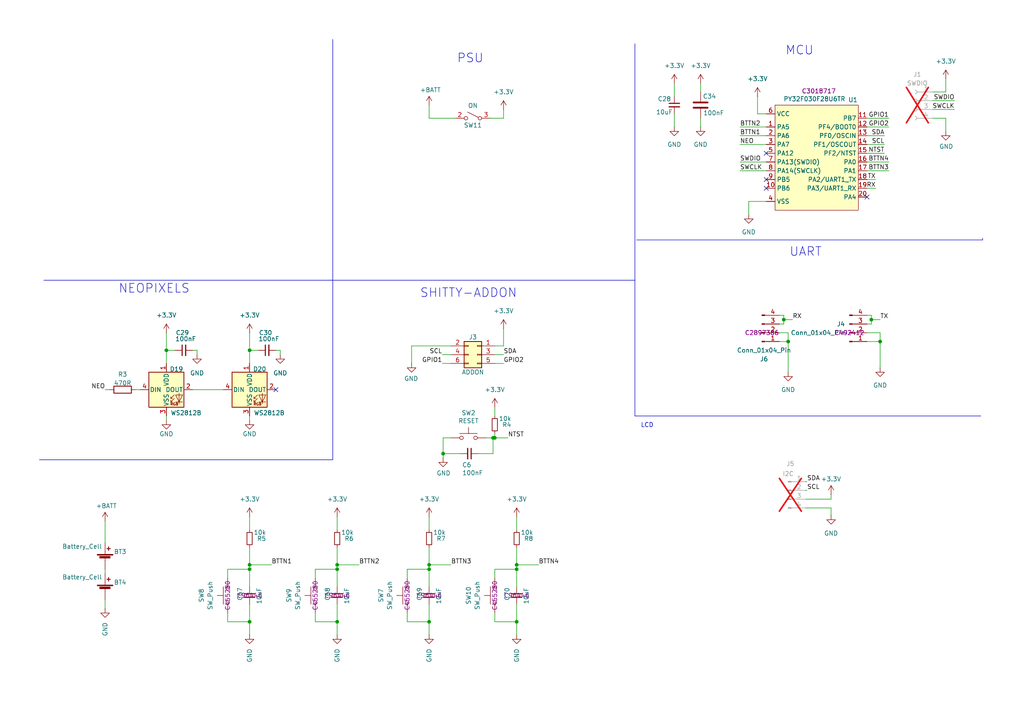
<source format=kicad_sch>
(kicad_sch (version 20250114) (generator "eeschema") (generator_version "9.0")
  (paper "A4")
  (title_block (title "Bsides cDMX 2025") (date "2025-06-02") (rev "1.0"))
  (lib_symbols
    (symbol "Battery_Cell_1" (pin_numbers (hide yes)) (pin_names (offset 0) (hide yes))
      (property "Reference" "BT3" (at 2.54 2.54 0))
      (property "Value" "Battery_Cell" (at -12.446 4.064 0))
      (symbol "Battery_Cell_1_0_1"
        (rectangle (start -2.286 1.778) (end 2.286 1.524) (fill (type outline)))
        (rectangle (start -1.5748 1.1938) (end 1.4732 0.6858) (fill (type outline)))
        (polyline (pts (xy 0 1.778) (xy 0 2.54)))
        (polyline (pts (xy 0 0.762) (xy 0 0)))
        (polyline (pts (xy 0.508 3.429) (xy 1.524 3.429)) (stroke (width 0.254)))
        (polyline (pts (xy 1.016 3.937) (xy 1.016 2.921)) (stroke (width 0.254)))
      )
      (symbol "Battery_Cell_1_1_1"
        (pin passive line (at 0 5.08 270) (length 2.54) (name "+") (number "1"))
        (pin passive line (at 0 -2.54 90) (length 2.54) (name "-") (number "2"))
      )
    )
    (symbol "Connector:Conn_01x04_Pin" (pin_names (offset 1.016) (hide yes))
      (property "Reference" "J" (at 0 5.08 0))
      (property "Value" "Conn_01x04_Pin" (at 0 -7.62 0))
      (symbol "Conn_01x04_Pin_1_1"
        (rectangle (start 0.8636 2.667) (end 0 2.413) (stroke (width 0.1524)) (fill (type outline)))
        (rectangle (start 0.8636 0.127) (end 0 -0.127) (stroke (width 0.1524)) (fill (type outline)))
        (rectangle (start 0.8636 -2.413) (end 0 -2.667) (stroke (width 0.1524)) (fill (type outline)))
        (rectangle (start 0.8636 -4.953) (end 0 -5.207) (stroke (width 0.1524)) (fill (type outline)))
        (polyline (pts (xy 1.27 2.54) (xy 0.8636 2.54)) (stroke (width 0.1524)))
        (polyline (pts (xy 1.27 0) (xy 0.8636 0)) (stroke (width 0.1524)))
        (polyline (pts (xy 1.27 -2.54) (xy 0.8636 -2.54)) (stroke (width 0.1524)))
        (polyline (pts (xy 1.27 -5.08) (xy 0.8636 -5.08)) (stroke (width 0.1524)))
        (pin passive line (at 5.08 2.54 180) (length 3.81) (name "Pin_1") (number "1"))
        (pin passive line (at 5.08 0 180) (length 3.81) (name "Pin_2") (number "2"))
        (pin passive line (at 5.08 -2.54 180) (length 3.81) (name "Pin_3") (number "3"))
        (pin passive line (at 5.08 -5.08 180) (length 3.81) (name "Pin_4") (number "4"))
      )
    )
    (symbol "Connector:Conn_01x04_Socket" (pin_names (offset 1.016) (hide yes))
      (property "Reference" "J" (at 0 5.08 0))
      (property "Value" "Conn_01x04_Socket" (at 0 -7.62 0))
      (symbol "Conn_01x04_Socket_1_1"
        (polyline (pts (xy -1.27 2.54) (xy -0.508 2.54)) (stroke (width 0.1524)))
        (polyline (pts (xy -1.27 0) (xy -0.508 0)) (stroke (width 0.1524)))
        (polyline (pts (xy -1.27 -2.54) (xy -0.508 -2.54)) (stroke (width 0.1524)))
        (polyline (pts (xy -1.27 -5.08) (xy -0.508 -5.08)) (stroke (width 0.1524)))
        (arc (start 0 2.032) (mid -0.5058 2.54) (end 0 3.048) (stroke (width 0.1524)))
        (arc (start 0 -0.508) (mid -0.5058 0) (end 0 0.508) (stroke (width 0.1524)))
        (arc (start 0 -3.048) (mid -0.5058 -2.54) (end 0 -2.032) (stroke (width 0.1524)))
        (arc (start 0 -5.588) (mid -0.5058 -5.08) (end 0 -4.572) (stroke (width 0.1524)))
        (pin passive line (at -5.08 2.54 0) (length 3.81) (name "Pin_1") (number "1"))
        (pin passive line (at -5.08 0 0) (length 3.81) (name "Pin_2") (number "2"))
        (pin passive line (at -5.08 -2.54 0) (length 3.81) (name "Pin_3") (number "3"))
        (pin passive line (at -5.08 -5.08 0) (length 3.81) (name "Pin_4") (number "4"))
      )
    )
    (symbol "Connector_Generic:Conn_02x03_Odd_Even" (pin_names (offset 1.016) (hide yes))
      (property "Reference" "J" (at 1.27 5.08 0))
      (property "Value" "Conn_02x03_Odd_Even" (at 1.27 -5.08 0))
      (symbol "Conn_02x03_Odd_Even_1_1"
        (rectangle (start -1.27 3.81) (end 3.81 -3.81) (stroke (width 0.254)) (fill (type background)))
        (rectangle (start -1.27 2.667) (end 0 2.413) (stroke (width 0.1524)))
        (rectangle (start -1.27 0.127) (end 0 -0.127) (stroke (width 0.1524)))
        (rectangle (start -1.27 -2.413) (end 0 -2.667) (stroke (width 0.1524)))
        (rectangle (start 3.81 2.667) (end 2.54 2.413) (stroke (width 0.1524)))
        (rectangle (start 3.81 0.127) (end 2.54 -0.127) (stroke (width 0.1524)))
        (rectangle (start 3.81 -2.413) (end 2.54 -2.667) (stroke (width 0.1524)))
        (pin passive line (at -5.08 2.54 0) (length 3.81) (name "Pin_1") (number "1"))
        (pin passive line (at -5.08 0 0) (length 3.81) (name "Pin_3") (number "3"))
        (pin passive line (at -5.08 -2.54 0) (length 3.81) (name "Pin_5") (number "5"))
        (pin passive line (at 7.62 2.54 180) (length 3.81) (name "Pin_2") (number "2"))
        (pin passive line (at 7.62 0 180) (length 3.81) (name "Pin_4") (number "4"))
        (pin passive line (at 7.62 -2.54 180) (length 3.81) (name "Pin_6") (number "6"))
      )
    )
    (symbol "Device:Battery_Cell" (pin_numbers (hide yes)) (pin_names (offset 0) (hide yes))
      (property "Reference" "BT4" (at 2.54 2.54 0))
      (property "Value" "Battery_Cell" (at -12.446 4.064 0))
      (symbol "Battery_Cell_0_1"
        (rectangle (start -2.286 1.778) (end 2.286 1.524) (fill (type outline)))
        (rectangle (start -1.5748 1.1938) (end 1.4732 0.6858) (fill (type outline)))
        (polyline (pts (xy 0 1.778) (xy 0 2.54)))
        (polyline (pts (xy 0 0.762) (xy 0 0)))
        (polyline (pts (xy 0.508 3.429) (xy 1.524 3.429)) (stroke (width 0.254)))
        (polyline (pts (xy 1.016 3.937) (xy 1.016 2.921)) (stroke (width 0.254)))
      )
      (symbol "Battery_Cell_1_1"
        (pin passive line (at 0 5.08 270) (length 2.54) (name "+") (number "1"))
        (pin passive line (at 0 -2.54 90) (length 2.54) (name "-") (number "2"))
      )
    )
    (symbol "Device:C" (pin_numbers (hide yes)) (pin_names (offset 0.254))
      (property "Reference" "C" (at 0.635 2.54 0))
      (property "Value" "C" (at 0.635 -2.54 0))
      (symbol "C_0_1"
        (polyline (pts (xy -2.032 0.762) (xy 2.032 0.762)) (stroke (width 0.508)))
        (polyline (pts (xy -2.032 -0.762) (xy 2.032 -0.762)) (stroke (width 0.508)))
      )
      (symbol "C_1_1"
        (pin passive line (at 0 3.81 270) (length 2.794) (name "~") (number "1"))
        (pin passive line (at 0 -3.81 90) (length 2.794) (name "~") (number "2"))
      )
    )
    (symbol "Device:C_Small" (pin_numbers (hide yes)) (pin_names (offset 0.254) (hide yes))
      (property "Reference" "C" (at 0.254 1.778 0))
      (property "Value" "C_Small" (at 0.254 -2.032 0))
      (symbol "C_Small_0_1"
        (polyline (pts (xy -1.524 0.508) (xy 1.524 0.508)) (stroke (width 0.3048)))
        (polyline (pts (xy -1.524 -0.508) (xy 1.524 -0.508)) (stroke (width 0.3302)))
      )
      (symbol "C_Small_1_1"
        (pin passive line (at 0 2.54 270) (length 2.032) (name "~") (number "1"))
        (pin passive line (at 0 -2.54 90) (length 2.032) (name "~") (number "2"))
      )
    )
    (symbol "Device:R" (pin_numbers (hide yes)) (pin_names (offset 0))
      (property "Reference" "R" (at 2.032 0 90))
      (property "Value" "R" (at 0 0 90))
      (symbol "R_0_1"
        (rectangle (start -1.016 -2.54) (end 1.016 2.54) (stroke (width 0.254)))
      )
      (symbol "R_1_1"
        (pin passive line (at 0 3.81 270) (length 1.27) (name "~") (number "1"))
        (pin passive line (at 0 -3.81 90) (length 1.27) (name "~") (number "2"))
      )
    )
    (symbol "Device:R_Small" (pin_numbers (hide yes)) (pin_names (offset 0.254) (hide yes))
      (property "Reference" "R" (at 0.762 0.508 0))
      (property "Value" "R_Small" (at 0.762 -1.016 0))
      (symbol "R_Small_0_1"
        (rectangle (start -0.762 1.778) (end 0.762 -1.778) (stroke (width 0.2032)))
      )
      (symbol "R_Small_1_1"
        (pin passive line (at 0 2.54 270) (length 0.762) (name "~") (number "1"))
        (pin passive line (at 0 -2.54 90) (length 0.762) (name "~") (number "2"))
      )
    )
    (symbol "GND_11" (power) (pin_names (offset 0))
      (property "Value" "GND_11" (at 0 -3.81 0))
      (symbol "GND_11_0_1"
        (polyline (pts (xy 0 0) (xy 0 -1.27) (xy 1.27 -1.27) (xy 0 -2.54) (xy -1.27 -1.27) (xy 0 -1.27)))
      )
      (symbol "GND_11_1_1"
        (pin power_in line (at 0 0 270) (length 0) (hide yes) (name "GND") (number "1"))
      )
    )
    (symbol "GND_16" (power) (pin_names (offset 0))
      (property "Value" "GND_16" (at 0 -3.81 0))
      (symbol "GND_16_0_1"
        (polyline (pts (xy 0 0) (xy 0 -1.27) (xy 1.27 -1.27) (xy 0 -2.54) (xy -1.27 -1.27) (xy 0 -1.27)))
      )
      (symbol "GND_16_1_1"
        (pin power_in line (at 0 0 270) (length 0) (hide yes) (name "GND") (number "1"))
      )
    )
    (symbol "LED:WS2812B" (pin_names (offset 0.254))
      (property "Reference" "D" (at 5.08 5.715 0))
      (property "Value" "WS2812B" (at 1.27 -5.715 0))
      (symbol "WS2812B_0_0"
        (text "RGB" (at 2.286 -4.191 0) (effects (font (size 0.762 0.762))))
      )
      (symbol "WS2812B_0_1"
        (polyline (pts (xy 1.27 -2.54) (xy 1.778 -2.54)))
        (polyline (pts (xy 1.27 -3.556) (xy 1.778 -3.556)))
        (polyline (pts (xy 2.286 -1.524) (xy 1.27 -2.54) (xy 1.27 -2.032)))
        (polyline (pts (xy 2.286 -2.54) (xy 1.27 -3.556) (xy 1.27 -3.048)))
        (polyline (pts (xy 3.683 -1.016) (xy 3.683 -3.556) (xy 3.683 -4.064)))
        (polyline (pts (xy 4.699 -1.524) (xy 2.667 -1.524) (xy 3.683 -3.556) (xy 4.699 -1.524)))
        (polyline (pts (xy 4.699 -3.556) (xy 2.667 -3.556)))
        (rectangle (start 5.08 5.08) (end -5.08 -5.08) (stroke (width 0.254)) (fill (type background)))
      )
      (symbol "WS2812B_1_1"
        (pin input line (at -7.62 0 0) (length 2.54) (name "DIN") (number "4"))
        (pin power_in line (at 0 7.62 270) (length 2.54) (name "VDD") (number "1"))
        (pin power_in line (at 0 -7.62 90) (length 2.54) (name "VSS") (number "3"))
        (pin output line (at 7.62 0 180) (length 2.54) (name "DOUT") (number "2"))
      )
    )
    (symbol "Switch:SW_Push" (pin_numbers (hide yes)) (pin_names (offset 1.016) (hide yes))
      (property "Reference" "SW" (at 1.27 2.54 0))
      (property "Value" "SW_Push" (at 0 -1.524 0))
      (symbol "SW_Push_0_1"
        (circle (center -2.032 0) (radius 0.508))
        (polyline (pts (xy 0 1.27) (xy 0 3.048)))
        (circle (center 2.032 0) (radius 0.508))
        (polyline (pts (xy 2.54 1.27) (xy -2.54 1.27)))
        (pin passive line (at -5.08 0 0) (length 2.54) (name "1") (number "1"))
        (pin passive line (at 5.08 0 180) (length 2.54) (name "2") (number "2"))
      )
    )
    (symbol "Switch:SW_SPST" (pin_names (offset 0) (hide yes))
      (property "Reference" "SW1" (at 0 -2.032 0))
      (property "Value" "ON" (at 0 3.6576 0))
      (symbol "SW_SPST_0_0"
        (circle (center -2.032 0) (radius 0.508))
        (polyline (pts (xy -1.524 0.254) (xy 1.524 1.778)))
        (circle (center 2.032 0) (radius 0.508))
      )
      (symbol "SW_SPST_1_1"
        (pin passive line (at -5.08 0 0) (length 2.54) (name "A") (number "3"))
        (pin passive line (at 5.08 0 180) (length 2.54) (name "B") (number "2"))
      )
    )
    (symbol "Symbols:PY32F030F2xU"
      (property "Reference" "U1" (at 9.906 16.764 0))
      (property "Value" "PY32F030F28U6TR" (at -1.27 17.018 0))
      (property "LCSC#" "C3018717" (at 0 19.304 0))
      (symbol "PY32F030F2xU_1_1"
        (rectangle (start -12.7 15.24) (end 11.43 -15.24) (fill (type background)))
        (pin bidirectional line (at -15.24 12.7 0) (length 2.54) (name "VCC") (number "6"))
        (pin bidirectional line (at -15.24 8.89 0) (length 2.54) (name "PA5") (number "1"))
        (pin bidirectional line (at -15.24 6.35 0) (length 2.54) (name "PA6") (number "2"))
        (pin bidirectional line (at -15.24 3.81 0) (length 2.54) (name "PA7") (number "3"))
        (pin bidirectional line (at -15.24 1.27 0) (length 2.54) (name "PA12") (number "5"))
        (pin bidirectional line (at -15.24 -1.27 0) (length 2.54) (name "PA13(SWDIO)") (number "7"))
        (pin bidirectional line (at -15.24 -3.81 0) (length 2.54) (name "PA14(SWCLK)") (number "8"))
        (pin bidirectional line (at -15.24 -6.35 0) (length 2.54) (name "PB5") (number "9"))
        (pin bidirectional line (at -15.24 -8.89 0) (length 2.54) (name "PB6") (number "10"))
        (pin bidirectional line (at -15.24 -12.7 0) (length 2.54) (hide yes) (name "VSS") (number "21"))
        (pin bidirectional line (at -15.24 -12.7 0) (length 2.54) (name "VSS") (number "4"))
        (pin bidirectional line (at 13.97 11.43 180) (length 2.54) (name "PB7") (number "11"))
        (pin bidirectional line (at 13.97 8.89 180) (length 2.54) (name "PF4/BOOT0") (number "12"))
        (pin bidirectional line (at 13.97 6.35 180) (length 2.54) (name "PF0/OSCIN") (number "13"))
        (pin bidirectional line (at 13.97 3.81 180) (length 2.54) (name "PF1/OSCOUT") (number "14"))
        (pin bidirectional line (at 13.97 1.27 180) (length 2.54) (name "PF2/NTST") (number "15"))
        (pin bidirectional line (at 13.97 -1.27 180) (length 2.54) (name "PA0") (number "16"))
        (pin bidirectional line (at 13.97 -3.81 180) (length 2.54) (name "PA1") (number "17"))
        (pin bidirectional line (at 13.97 -6.35 180) (length 2.54) (name "PA2/UART1_TX") (number "18"))
        (pin bidirectional line (at 13.97 -8.89 180) (length 2.54) (name "PA3/UART1_RX") (number "19"))
        (pin bidirectional line (at 13.97 -11.43 180) (length 2.54) (name "PA4") (number "20"))
      )
    )
    (symbol "power:+3.3V" (power) (pin_numbers (hide yes)) (pin_names (offset 0) (hide yes))
      (property "Value" "+3.3V" (at 0 3.556 0))
      (symbol "+3.3V_0_1"
        (polyline (pts (xy -0.762 1.27) (xy 0 2.54)))
        (polyline (pts (xy 0 2.54) (xy 0.762 1.27)))
        (polyline (pts (xy 0 0) (xy 0 2.54)))
      )
      (symbol "+3.3V_1_1"
        (pin power_in line (at 0 0 90) (length 0) (name "~") (number "1"))
      )
    )
    (symbol "power:+BATT" (power) (pin_names (offset 0))
      (property "Value" "+BATT" (at 0 3.556 0))
      (symbol "+BATT_0_1"
        (polyline (pts (xy -0.762 1.27) (xy 0 2.54)))
        (polyline (pts (xy 0 2.54) (xy 0.762 1.27)))
        (polyline (pts (xy 0 0) (xy 0 2.54)))
      )
      (symbol "+BATT_1_1"
        (pin power_in line (at 0 0 90) (length 0) (hide yes) (name "+BATT") (number "1"))
      )
    )
    (symbol "power:GND" (power) (pin_numbers (hide yes)) (pin_names (offset 0) (hide yes))
      (property "Value" "GND" (at 0 -3.81 0))
      (symbol "GND_0_1"
        (polyline (pts (xy 0 0) (xy 0 -1.27) (xy 1.27 -1.27) (xy 0 -2.54) (xy -1.27 -1.27) (xy 0 -1.27)))
      )
      (symbol "GND_1_1"
        (pin power_in line (at 0 0 270) (length 0) (name "~") (number "1"))
      )
    )
  )
  (text "LCD\n" (at 187.706 123.444 0) (effects (font (size 1.27 1.27))))
  (text "SHITTY-ADDON" (at 135.89 85.09 0) (effects (font (size 2.54 2.54))))
  (text "UART\n" (at 233.68 73.152 0) (effects (font (size 2.54 2.54))))
  (text "PSU\n" (at 136.398 17.018 0) (effects (font (size 2.54 2.54))))
  (text "NEOPIXELS\n" (at 44.704 83.82 0) (effects (font (size 2.54 2.54))))
  (text "MCU" (at 231.902 14.732 0) (effects (font (size 2.54 2.54))))
  (junction (at 72.39 101.6))
  (junction (at 252.73 92.71))
  (junction (at 124.46 180.34))
  (junction (at 72.39 180.34))
  (junction (at 124.46 163.83))
  (junction (at 143.51 127))
  (junction (at 149.86 163.83))
  (junction (at 72.39 163.83))
  (junction (at 149.86 165.1))
  (junction (at 228.6 99.06))
  (junction (at 97.79 163.83))
  (junction (at 124.46 165.1))
  (junction (at 149.86 180.34))
  (junction (at 255.27 99.06))
  (junction (at 97.79 165.1))
  (junction (at 97.79 180.34))
  (junction (at 48.26 101.6))
  (junction (at 143.0024 127))
  (junction (at 72.39 165.1))
  (junction (at 128.524 131.572))
  (junction (at 227.33 92.71))
  (no_connect (at 80.01 113.03))
  (no_connect (at 222.25 54.61))
  (no_connect (at 222.25 52.07))
  (no_connect (at 222.25 44.45))
  (no_connect (at 251.46 57.15))
  (wire (pts (xy 48.26 101.6) (xy 48.26 105.41)))
  (wire (pts (xy 143.51 127) (xy 147.32 127)))
  (wire (pts (xy 274.32 22.86) (xy 274.32 26.67)))
  (wire (pts (xy 252.73 92.71) (xy 252.73 91.44)))
  (wire (pts (xy 251.46 52.07) (xy 254 52.07)))
  (wire (pts (xy 72.39 149.86) (xy 72.39 153.67)))
  (wire (pts (xy 143.51 165.1) (xy 149.86 165.1)))
  (wire (pts (xy 118.11 165.1) (xy 124.46 165.1)))
  (wire (pts (xy 72.39 121.92) (xy 72.39 120.65)))
  (wire (pts (xy 138.684 131.572) (xy 143.0024 131.572)))
  (wire (pts (xy 251.46 46.99) (xy 257.81 46.99)))
  (wire (pts (xy 233.68 139.7) (xy 234.061 139.7)))
  (wire (pts (xy 128.27 102.87) (xy 130.81 102.87)))
  (polyline (pts (xy 184.15 12.7) (xy 184.15 81.28)))
  (wire (pts (xy 226.06 91.44) (xy 227.33 91.44)))
  (wire (pts (xy 149.86 165.1) (xy 149.86 170.18)))
  (wire (pts (xy 118.11 177.8) (xy 118.11 180.34)))
  (wire (pts (xy 214.63 41.91) (xy 222.25 41.91)))
  (wire (pts (xy 214.63 49.53) (xy 222.25 49.53)))
  (wire (pts (xy 252.73 91.44) (xy 251.46 91.44)))
  (wire (pts (xy 72.39 101.6) (xy 74.93 101.6)))
  (wire (pts (xy 130.81 127) (xy 128.524 127)))
  (wire (pts (xy 72.39 163.83) (xy 78.74 163.83)))
  (wire (pts (xy 146.05 34.29) (xy 142.24 34.29)))
  (wire (pts (xy 227.33 93.98) (xy 227.33 92.71)))
  (wire (pts (xy 255.27 99.06) (xy 255.27 106.68)))
  (wire (pts (xy 149.86 163.83) (xy 156.21 163.83)))
  (wire (pts (xy 57.15 101.6) (xy 57.15 102.87)))
  (wire (pts (xy 97.79 163.83) (xy 97.79 165.1)))
  (wire (pts (xy 143.51 177.8) (xy 143.51 180.34)))
  (wire (pts (xy 226.06 93.98) (xy 227.33 93.98)))
  (wire (pts (xy 97.79 165.1) (xy 97.79 170.18)))
  (polyline (pts (xy 95.25 81.28) (xy 184.15 81.28)))
  (wire (pts (xy 241.046 147.32) (xy 233.68 147.32)))
  (wire (pts (xy 81.28 101.6) (xy 81.28 102.87)))
  (wire (pts (xy 132.08 34.29) (xy 124.46 34.29)))
  (wire (pts (xy 91.44 180.34) (xy 97.79 180.34)))
  (wire (pts (xy 255.27 96.52) (xy 255.27 99.06)))
  (wire (pts (xy 119.38 100.33) (xy 130.81 100.33)))
  (wire (pts (xy 203.2 24.13) (xy 203.2 26.67)))
  (wire (pts (xy 128.27 105.41) (xy 130.81 105.41)))
  (polyline (pts (xy 12.7 81.28) (xy 96.52 81.28)))
  (wire (pts (xy 30.48 113.03) (xy 31.75 113.03)))
  (wire (pts (xy 124.46 34.29) (xy 124.46 30.48)))
  (wire (pts (xy 97.79 158.75) (xy 97.79 163.83)))
  (wire (pts (xy 72.39 180.34) (xy 72.39 184.15)))
  (polyline (pts (xy 184.658 69.596) (xy 284.988 69.596)))
  (wire (pts (xy 251.46 99.06) (xy 255.27 99.06)))
  (wire (pts (xy 251.46 44.45) (xy 256.54 44.45)))
  (wire (pts (xy 30.48 151.13) (xy 30.48 157.48)))
  (polyline (pts (xy 96.52 133.35) (xy 96.52 81.28)))
  (wire (pts (xy 143.51 180.34) (xy 149.86 180.34)))
  (wire (pts (xy 48.26 101.6) (xy 50.8 101.6)))
  (wire (pts (xy 97.79 175.26) (xy 97.79 180.34)))
  (wire (pts (xy 124.46 163.83) (xy 124.46 165.1)))
  (wire (pts (xy 270.51 31.75) (xy 276.86 31.75)))
  (wire (pts (xy 228.6 96.52) (xy 228.6 99.06)))
  (wire (pts (xy 72.39 101.6) (xy 72.39 105.41)))
  (wire (pts (xy 222.25 33.02) (xy 219.71 33.02)))
  (wire (pts (xy 66.04 180.34) (xy 72.39 180.34)))
  (wire (pts (xy 128.524 127) (xy 128.524 131.572)))
  (wire (pts (xy 241.046 144.78) (xy 233.68 144.78)))
  (wire (pts (xy 274.32 26.67) (xy 270.51 26.67)))
  (wire (pts (xy 66.04 165.1) (xy 72.39 165.1)))
  (wire (pts (xy 251.46 39.37) (xy 256.54 39.37)))
  (wire (pts (xy 124.46 163.83) (xy 130.81 163.83)))
  (wire (pts (xy 143.51 118.11) (xy 143.51 120.65)))
  (wire (pts (xy 66.04 177.8) (xy 66.04 180.34)))
  (wire (pts (xy 39.37 113.03) (xy 40.64 113.03)))
  (wire (pts (xy 30.48 166.37) (xy 30.48 165.1)))
  (wire (pts (xy 143.51 100.33) (xy 146.05 100.33)))
  (wire (pts (xy 146.05 102.87) (xy 143.51 102.87)))
  (polyline (pts (xy 284.988 69.088) (xy 284.988 69.596)))
  (wire (pts (xy 72.39 165.1) (xy 72.39 170.18)))
  (wire (pts (xy 128.524 131.572) (xy 128.524 132.842)))
  (wire (pts (xy 72.39 96.52) (xy 72.39 101.6)))
  (wire (pts (xy 195.58 24.13) (xy 195.58 27.94)))
  (wire (pts (xy 143.51 125.73) (xy 143.51 127)))
  (wire (pts (xy 274.32 34.29) (xy 270.51 34.29)))
  (wire (pts (xy 149.86 163.83) (xy 149.86 165.1)))
  (wire (pts (xy 146.05 31.75) (xy 146.05 34.29)))
  (wire (pts (xy 72.39 175.26) (xy 72.39 180.34)))
  (wire (pts (xy 91.44 177.8) (xy 91.44 180.34)))
  (wire (pts (xy 257.81 36.83) (xy 251.46 36.83)))
  (wire (pts (xy 80.01 101.6) (xy 81.28 101.6)))
  (polyline (pts (xy 184.15 81.28) (xy 184.15 120.65)))
  (wire (pts (xy 91.44 165.1) (xy 91.44 167.64)))
  (wire (pts (xy 252.73 92.71) (xy 252.73 93.98)))
  (wire (pts (xy 228.6 99.06) (xy 228.6 107.95)))
  (wire (pts (xy 227.33 91.44) (xy 227.33 92.71)))
  (wire (pts (xy 146.05 100.33) (xy 146.05 95.25)))
  (wire (pts (xy 251.46 41.91) (xy 256.54 41.91)))
  (wire (pts (xy 55.88 113.03) (xy 64.77 113.03)))
  (wire (pts (xy 226.06 96.52) (xy 228.6 96.52)))
  (wire (pts (xy 128.524 131.572) (xy 133.604 131.572)))
  (wire (pts (xy 143.51 105.41) (xy 146.05 105.41)))
  (wire (pts (xy 219.71 33.02) (xy 219.71 27.94)))
  (wire (pts (xy 124.46 180.34) (xy 124.46 184.15)))
  (wire (pts (xy 30.48 173.99) (xy 30.48 176.53)))
  (wire (pts (xy 124.46 165.1) (xy 124.46 170.18)))
  (wire (pts (xy 251.46 49.53) (xy 257.81 49.53)))
  (wire (pts (xy 48.26 96.52) (xy 48.26 101.6)))
  (wire (pts (xy 149.86 149.86) (xy 149.86 153.67)))
  (wire (pts (xy 270.51 29.21) (xy 276.86 29.21)))
  (wire (pts (xy 227.33 92.71) (xy 229.87 92.71)))
  (wire (pts (xy 143.0024 127) (xy 143.51 127)))
  (wire (pts (xy 274.32 38.1) (xy 274.32 34.29)))
  (wire (pts (xy 124.46 149.86) (xy 124.46 153.67)))
  (wire (pts (xy 195.58 33.02) (xy 195.58 36.83)))
  (polyline (pts (xy 184.15 120.65) (xy 284.48 120.65)))
  (wire (pts (xy 97.79 149.86) (xy 97.79 153.67)))
  (wire (pts (xy 143.0024 131.572) (xy 143.0024 127)))
  (wire (pts (xy 241.046 143.383) (xy 241.046 144.78)))
  (wire (pts (xy 217.17 62.23) (xy 217.17 58.42)))
  (wire (pts (xy 66.04 165.1) (xy 66.04 167.64)))
  (wire (pts (xy 97.79 163.83) (xy 104.14 163.83)))
  (wire (pts (xy 124.46 175.26) (xy 124.46 180.34)))
  (wire (pts (xy 97.79 180.34) (xy 97.79 184.15)))
  (wire (pts (xy 55.88 101.6) (xy 57.15 101.6)))
  (wire (pts (xy 119.38 100.33) (xy 119.38 105.41)))
  (polyline (pts (xy 96.52 11.43) (xy 96.52 81.28)))
  (wire (pts (xy 214.63 36.83) (xy 222.25 36.83)))
  (polyline (pts (xy 11.43 133.35) (xy 96.52 133.35)))
  (wire (pts (xy 124.46 158.75) (xy 124.46 163.83)))
  (wire (pts (xy 72.39 158.75) (xy 72.39 163.83)))
  (wire (pts (xy 255.27 92.71) (xy 252.73 92.71)))
  (wire (pts (xy 140.97 127) (xy 143.0024 127)))
  (wire (pts (xy 143.51 165.1) (xy 143.51 167.64)))
  (wire (pts (xy 72.39 163.83) (xy 72.39 165.1)))
  (wire (pts (xy 255.27 96.52) (xy 251.46 96.52)))
  (wire (pts (xy 149.86 158.75) (xy 149.86 163.83)))
  (wire (pts (xy 203.2 34.29) (xy 203.2 36.83)))
  (wire (pts (xy 214.63 39.37) (xy 222.25 39.37)))
  (wire (pts (xy 217.17 58.42) (xy 222.25 58.42)))
  (wire (pts (xy 91.44 165.1) (xy 97.79 165.1)))
  (wire (pts (xy 226.06 99.06) (xy 228.6 99.06)))
  (wire (pts (xy 118.11 180.34) (xy 124.46 180.34)))
  (wire (pts (xy 149.86 180.34) (xy 149.86 184.15)))
  (wire (pts (xy 251.46 93.98) (xy 252.73 93.98)))
  (wire (pts (xy 251.46 34.29) (xy 257.81 34.29)))
  (wire (pts (xy 149.86 175.26) (xy 149.86 180.34)))
  (wire (pts (xy 251.46 54.61) (xy 254 54.61)))
  (wire (pts (xy 118.11 165.1) (xy 118.11 167.64)))
  (wire (pts (xy 241.046 149.479) (xy 241.046 147.32)))
  (wire (pts (xy 48.26 121.92) (xy 48.26 120.65)))
  (wire (pts (xy 214.63 46.99) (xy 222.25 46.99)))
  (wire (pts (xy 233.68 142.24) (xy 234.061 142.24)))
  (label "SWDIO" (at 214.63 46.99 0))
  (label "NEO" (at 30.48 113.03 180))
  (label "BTTN1" (at 78.74 163.83 0))
  (label "SWCLK" (at 214.63 49.53 0))
  (label "GPIO1" (at 257.81 34.29 180))
  (label "NEO" (at 214.63 41.91 0))
  (label "GPIO1" (at 128.27 105.41 180))
  (label "SDA" (at 234.061 139.7 0))
  (label "GPIO2" (at 257.81 36.83 180))
  (label "SDA" (at 256.54 39.37 180))
  (label "GPIO2" (at 146.05 105.41 0))
  (label "TX" (at 255.27 92.71 0))
  (label "BTTN4" (at 156.21 163.83 0))
  (label "NTST" (at 256.54 44.45 180))
  (label "SWDIO" (at 276.86 29.21 180))
  (label "SDA" (at 146.05 102.87 0))
  (label "BTTN1" (at 214.63 39.37 0))
  (label "BTTN2" (at 214.63 36.83 0))
  (label "BTTN4" (at 257.81 46.99 180))
  (label "TX" (at 254 52.07 180))
  (label "BTTN3" (at 257.81 49.53 180))
  (label "BTTN3" (at 130.81 163.83 0))
  (label "BTTN2" (at 104.14 163.83 0))
  (label "NTST" (at 147.32 127 0))
  (label "SCL" (at 128.27 102.87 180))
  (label "SWCLK" (at 276.86 31.75 180))
  (label "SCL" (at 256.54 41.91 180))
  (label "RX" (at 229.87 92.71 0))
  (label "RX" (at 254 54.61 180))
  (label "SCL" (at 234.061 142.24 0))
  (symbol (lib_id "Device:R") (at 35.56 113.03 90) (unit 1)
    (property "Reference" "R3" (at 35.56 108.585 90))
    (property "Value" "470R" (at 35.56 111.125 90))
    (property "Footprint" "Resistor_SMD:R_0603_1608Metric" (effects (hide yes)))
    (property "LCSC#" "C114669 " (effects (hide yes)))
    (property "provedor" "LCSC" (effects (hide yes)))
  )
  (symbol (lib_name "GND_16") (lib_id "power:GND") (at 81.28 102.87 0) (unit 1)
    (property "Reference" "#PWR021" (effects (hide yes)))
    (property "Value" "GND" (at 81.28 108.204 0))
  )
  (symbol (lib_id "Symbols:PY32F030F2xU") (at 237.49 45.72 0) (unit 1)
    (property "Reference" "U1" (at 247.396 28.956 0))
    (property "Value" "PY32F030F28U6TR" (at 236.22 28.702 0))
    (property "Footprint" "Package_DFN_QFN:QFN-20-1EP_3x3mm_P0.4mm_EP1.65x1.65mm_ThermalVias" (effects (hide yes)))
    (property "LCSC#" "C3018717" (at 237.49 26.416 0))
  )
  (symbol (lib_id "Switch:SW_SPST") (at 137.16 34.29 0) (mirror y) (unit 1)
    (property "Reference" "SW11" (at 137.16 36.322 0))
    (property "Value" "ON" (at 137.16 30.6324 0))
    (property "Footprint" "Footprints:JS102011SAQN" (effects (hide yes)))
    (property "LCSC#" "C221660" (effects (hide yes)))
    (property "manf#" "JS102011SAQN" (effects (hide yes)))
  )
  (symbol (lib_id "Connector:Conn_01x04_Pin") (at 246.38 96.52 0) (mirror x) (unit 1)
    (property "Reference" "J4" (at 245.11 93.9799 0) (effects (justify right)))
    (property "Value" "Conn_01x04_Pin" (at 245.11 96.5199 0) (effects (justify right)))
    (property "Footprint" "Connector_PinHeader_2.54mm:PinHeader_1x04_P2.54mm_Horizontal" (effects (hide yes)))
    (property "Description" "Generic connector, single row, 01x04, script generated" (effects (hide yes)))
    (property "LCSC#" "C492412" (at 246.38 96.52 0))
  )
  (symbol (lib_id "power:+3.3V") (at 146.05 95.25 0) (unit 1)
    (property "Reference" "#PWR024" (effects (hide yes)))
    (property "Value" "+3.3V" (at 146.05 90.17 0))
    (property "Description" "Power symbol creates a global label with name \"+3.3V\"" (effects (hide yes)))
  )
  (symbol (lib_id "power:+3.3V") (at 146.05 31.75 0) (unit 1)
    (property "Reference" "#PWR023" (effects (hide yes)))
    (property "Value" "+3.3V" (at 146.05 26.67 0))
    (property "Description" "Power symbol creates a global label with name \"+3.3V\"" (effects (hide yes)))
  )
  (symbol (lib_id "power:+3.3V") (at 72.39 149.86 0) (unit 1)
    (property "Reference" "#PWR022" (effects (hide yes)))
    (property "Value" "+3.3V" (at 72.39 144.78 0))
    (property "Description" "Power symbol creates a global label with name \"+3.3V\"" (effects (hide yes)))
  )
  (symbol (lib_id "power:GND") (at 124.46 184.15 0) (unit 1)
    (property "Reference" "#PWR015" (effects (hide yes)))
    (property "Value" "GND" (at 124.46 188.087 90) (effects (justify right)))
  )
  (symbol (lib_id "power:+3.3V") (at 143.51 118.11 0) (unit 1)
    (property "Reference" "#PWR09" (effects (hide yes)))
    (property "Value" "+3.3V" (at 143.51 113.03 0))
    (property "Description" "Power symbol creates a global label with name \"+3.3V\"" (effects (hide yes)))
  )
  (symbol (lib_id "power:+3.3V") (at 124.46 149.86 0) (unit 1)
    (property "Reference" "#PWR026" (effects (hide yes)))
    (property "Value" "+3.3V" (at 124.46 144.78 0))
    (property "Description" "Power symbol creates a global label with name \"+3.3V\"" (effects (hide yes)))
  )
  (symbol (lib_id "Device:C_Small") (at 195.58 30.48 0) (unit 1)
    (property "Reference" "C28" (at 190.754 28.702 0) (effects (justify left)))
    (property "Value" "10uF" (at 190.246 32.512 0) (effects (justify left)))
    (property "Footprint" "Capacitor_SMD:C_0603_1608Metric" (effects (hide yes)))
    (property "LCSC#" "C96446" (effects (hide yes)))
  )
  (symbol (lib_id "power:GND") (at 203.2 36.83 0) (unit 1)
    (property "Reference" "#PWR05" (effects (hide yes)))
    (property "Value" "GND" (at 203.2 41.91 0))
    (property "Description" "Power symbol creates a global label with name \"GND\" , ground" (effects (hide yes)))
  )
  (symbol (lib_name "GND_11") (lib_id "power:GND") (at 48.26 121.92 0) (unit 1)
    (property "Reference" "#PWR055" (effects (hide yes)))
    (property "Value" "GND" (at 48.26 125.857 0))
  )
  (symbol (lib_id "power:GND") (at 274.32 38.1 0) (unit 1)
    (property "Reference" "#PWR053" (effects (hide yes)))
    (property "Value" "GND" (at 274.447 42.4942 0))
  )
  (symbol (lib_id "LED:WS2812B") (at 72.39 113.03 0) (unit 1)
    (property "Reference" "D20" (at 75.311 107.061 0))
    (property "Value" "WS2812B" (at 78.105 119.761 0))
    (property "Footprint" "Footprints:LED_SK6812-E" (effects (hide yes)))
    (property "LCSC#" "C527089" (effects (hide yes)))
    (property "Proveedor" "LCSC" (effects (hide yes)))
    (property "manf#" "WS2812B-Mini" (effects (hide yes)))
    (property "provedor" "LCSC" (effects (hide yes)))
  )
  (symbol (lib_id "power:GND") (at 72.39 184.15 0) (unit 1)
    (property "Reference" "#PWR013" (effects (hide yes)))
    (property "Value" "GND" (at 72.39 188.087 90) (effects (justify right)))
  )
  (symbol (lib_id "power:+3.3V") (at 219.71 27.94 0) (unit 1)
    (property "Reference" "#PWR01" (effects (hide yes)))
    (property "Value" "+3.3V" (at 219.71 22.86 0))
    (property "Description" "Power symbol creates a global label with name \"+3.3V\"" (effects (hide yes)))
  )
  (symbol (lib_id "Connector_Generic:Conn_02x03_Odd_Even") (at 138.43 102.87 0) (mirror y) (unit 1)
    (property "Reference" "J3" (at 137.16 97.79 0))
    (property "Value" "ADDON" (at 137.16 107.95 0))
    (property "Footprint" "Connector_PinSocket_2.54mm:PinSocket_2x03_P2.54mm_Vertical_SMD" (effects (hide yes)))
    (property "LCSC#" "C3975148" (effects (hide yes)))
    (property "provedor" "JLCPCB" (effects (hide yes)))
  )
  (symbol (lib_id "Device:C_Small") (at 77.47 101.6 90) (unit 1)
    (property "Reference" "C30" (at 78.994 96.52 90) (effects (justify left)))
    (property "Value" "100nF" (at 81.026 98.298 90) (effects (justify left)))
    (property "Footprint" "Capacitor_SMD:C_0603_1608Metric" (effects (hide yes)))
    (property "Datasheet" "~https://datasheet.lcsc.com/lcsc/1811021421_Samsung-Electro-Mechanics-CL10A106MP8NNNC_C85713.pdf" (effects (hide yes)))
    (property "provedor" "LCSC" (effects (hide yes)))
    (property "LCSC#" "C66501" (effects (hide yes)))
  )
  (symbol (lib_id "Connector:Conn_01x04_Pin") (at 228.6 142.24 0) (unit 1) (dnp yes)
    (property "Reference" "J5" (at 229.235 134.493 0))
    (property "Value" "I2C" (at 228.6 137.414 0))
    (property "Footprint" "Connector_PinSocket_2.54mm:PinSocket_1x04_P2.54mm_Vertical" (effects (hide yes)))
    (property "manf#" "Display OLED 128×32 0.91 I2C SSD1306 Blanco / Azul" (effects (hide yes)))
    (property "Proveedor" "Unit Electronics" (effects (hide yes)))
  )
  (symbol (lib_id "Device:R_Small") (at 149.86 156.21 180) (unit 1)
    (property "Reference" "R8" (at 154.686 156.21 0) (effects (justify left)))
    (property "Value" "10k" (at 154.686 154.432 0) (effects (justify left)))
    (property "Footprint" "Resistor_SMD:R_0603_1608Metric" (effects (hide yes)))
    (property "Datasheet" "https://datasheet.lcsc.com/lcsc/1811081617_YAGEO-RC0603JR-0710KL_C99198.pdf" (effects (hide yes)))
    (property "LCSC#" "C99198" (effects (hide yes)))
    (property "provedor" "JLCPCB" (effects (hide yes)))
  )
  (symbol (lib_id "Switch:SW_Push") (at 143.51 172.72 90) (unit 1)
    (property "Reference" "SW10" (at 135.89 172.72 0))
    (property "Value" "SW_Push" (at 138.43 172.72 0))
    (property "Footprint" "Footprints:TS1088R02026" (effects (hide yes)))
    (property "Description" "Push button switch, generic, two pins" (effects (hide yes)))
    (property "LCSC#" "C455280" (at 143.51 172.72 0))
  )
  (symbol (lib_id "power:+3.3V") (at 203.2 24.13 0) (unit 1)
    (property "Reference" "#PWR03" (effects (hide yes)))
    (property "Value" "+3.3V" (at 203.2 19.05 0))
    (property "Description" "Power symbol creates a global label with name \"+3.3V\"" (effects (hide yes)))
  )
  (symbol (lib_id "power:+BATT") (at 30.48 151.13 0) (unit 1)
    (property "Reference" "#PWR034" (effects (hide yes)))
    (property "Value" "+BATT" (at 30.861 146.7358 0))
  )
  (symbol (lib_id "Connector:Conn_01x04_Socket") (at 265.43 29.21 0) (mirror y) (unit 1) (dnp yes)
    (property "Reference" "J1" (at 266.065 21.59 0))
    (property "Value" "SWDIO" (at 266.065 24.13 0))
    (property "Footprint" "Connector_PinHeader_2.54mm:PinHeader_1x04_P2.54mm_Vertical" (effects (hide yes)))
    (property "Description" "Generic connector, single row, 01x04, script generated" (effects (hide yes)))
  )
  (symbol (lib_id "Device:C_Small") (at 97.79 172.72 0) (unit 1)
    (property "Reference" "C68" (at 94.996 174.244 90) (effects (justify left)))
    (property "Value" "10uF" (at 100.584 175.26 90) (effects (justify left)))
    (property "Footprint" "Capacitor_SMD:C_0603_1608Metric" (effects (hide yes)))
    (property "Description" "Unpolarized capacitor, small symbol" (effects (hide yes)))
    (property "LCSC#" "C96446" (at 97.79 172.72 0))
  )
  (symbol (lib_id "Device:C_Small") (at 53.34 101.6 90) (unit 1)
    (property "Reference" "C29" (at 54.864 96.52 90) (effects (justify left)))
    (property "Value" "100nF" (at 56.896 98.298 90) (effects (justify left)))
    (property "Footprint" "Capacitor_SMD:C_0603_1608Metric" (effects (hide yes)))
    (property "Datasheet" "~https://datasheet.lcsc.com/lcsc/1811021421_Samsung-Electro-Mechanics-CL10A106MP8NNNC_C85713.pdf" (effects (hide yes)))
    (property "provedor" "LCSC" (effects (hide yes)))
    (property "LCSC#" "C66501" (effects (hide yes)))
  )
  (symbol (lib_name "GND_16") (lib_id "power:GND") (at 57.15 102.87 0) (unit 1)
    (property "Reference" "#PWR017" (effects (hide yes)))
    (property "Value" "GND" (at 57.15 108.204 0))
  )
  (symbol (lib_id "power:GND") (at 217.17 62.23 0) (unit 1)
    (property "Reference" "#PWR02" (effects (hide yes)))
    (property "Value" "GND" (at 217.17 67.31 0))
    (property "Description" "Power symbol creates a global label with name \"GND\" , ground" (effects (hide yes)))
  )
  (symbol (lib_id "Connector:Conn_01x04_Pin") (at 220.98 96.52 0) (mirror x) (unit 1)
    (property "Reference" "J6" (at 221.615 104.14 0))
    (property "Value" "Conn_01x04_Pin" (at 221.615 101.6 0))
    (property "Footprint" "Connector_PinSocket_2.54mm:PinSocket_1x04_P2.54mm_Horizontal" (effects (hide yes)))
    (property "Description" "Generic connector, single row, 01x04, script generated" (effects (hide yes)))
    (property "LCSC#" "C2897386" (at 220.98 96.52 0))
  )
  (symbol (lib_name "Battery_Cell_1") (lib_id "Device:Battery_Cell") (at 30.48 162.56 0) (unit 1)
    (property "Reference" "BT3" (at 33.02 160.02 0) (effects (justify left)))
    (property "Value" "Battery_Cell" (at 18.034 158.496 0) (effects (justify left)))
    (property "Footprint" "Battery:BatteryHolder_Keystone_2466_1xAAA" (effects (hide yes)))
    (property "LCSC#" "C5290189 " (effects (hide yes)))
    (property "manf#" "BH-AAA-A1AJ001 " (effects (hide yes)))
  )
  (symbol (lib_id "Device:R_Small") (at 143.51 123.19 180) (unit 1)
    (property "Reference" "R4" (at 148.336 123.19 0) (effects (justify left)))
    (property "Value" "10k" (at 148.336 121.412 0) (effects (justify left)))
    (property "Footprint" "Resistor_SMD:R_0603_1608Metric" (effects (hide yes)))
    (property "Datasheet" "https://datasheet.lcsc.com/lcsc/1811081617_YAGEO-RC0603JR-0710KL_C99198.pdf" (effects (hide yes)))
    (property "LCSC#" "C99198" (effects (hide yes)))
    (property "provedor" "JLCPCB" (effects (hide yes)))
  )
  (symbol (lib_id "power:+BATT") (at 124.46 30.48 0) (unit 1)
    (property "Reference" "#PWR033" (effects (hide yes)))
    (property "Value" "+BATT" (at 124.841 26.0858 0))
  )
  (symbol (lib_id "power:+3.3V") (at 97.79 149.86 0) (unit 1)
    (property "Reference" "#PWR025" (effects (hide yes)))
    (property "Value" "+3.3V" (at 97.79 144.78 0))
    (property "Description" "Power symbol creates a global label with name \"+3.3V\"" (effects (hide yes)))
  )
  (symbol (lib_id "Device:C_Small") (at 136.144 131.572 270) (unit 1)
    (property "Reference" "C6" (at 134.0358 134.8486 90) (effects (justify left)))
    (property "Value" "100nF" (at 134.0358 137.16 90) (effects (justify left)))
    (property "Footprint" "Capacitor_SMD:C_0603_1608Metric" (effects (hide yes)))
    (property "LCSC#" "C66501" (effects (hide yes)))
    (property "provedor" "JLCPCB" (effects (hide yes)))
  )
  (symbol (lib_id "power:+3.3V") (at 72.39 96.52 0) (unit 1)
    (property "Reference" "#PWR018" (effects (hide yes)))
    (property "Value" "+3.3V" (at 72.39 91.44 0))
    (property "Description" "Power symbol creates a global label with name \"+3.3V\"" (effects (hide yes)))
  )
  (symbol (lib_id "Device:C_Small") (at 72.39 172.72 0) (unit 1)
    (property "Reference" "C67" (at 69.596 174.244 90) (effects (justify left)))
    (property "Value" "10uF" (at 75.184 175.26 90) (effects (justify left)))
    (property "Footprint" "Capacitor_SMD:C_0603_1608Metric" (effects (hide yes)))
    (property "Description" "Unpolarized capacitor, small symbol" (effects (hide yes)))
    (property "LCSC#" "C96446" (at 72.39 172.72 0))
  )
  (symbol (lib_id "power:+3.3V") (at 195.58 24.13 0) (unit 1)
    (property "Reference" "#PWR04" (effects (hide yes)))
    (property "Value" "+3.3V" (at 195.58 19.05 0))
    (property "Description" "Power symbol creates a global label with name \"+3.3V\"" (effects (hide yes)))
  )
  (symbol (lib_id "Device:C_Small") (at 149.86 172.72 0) (unit 1)
    (property "Reference" "C70" (at 147.066 174.244 90) (effects (justify left)))
    (property "Value" "10uF" (at 152.654 175.26 90) (effects (justify left)))
    (property "Footprint" "Capacitor_SMD:C_0603_1608Metric" (effects (hide yes)))
    (property "Description" "Unpolarized capacitor, small symbol" (effects (hide yes)))
    (property "LCSC#" "C96446" (at 149.86 172.72 0))
  )
  (symbol (lib_id "power:GND") (at 30.48 176.53 0) (unit 1)
    (property "Reference" "#PWR012" (effects (hide yes)))
    (property "Value" "GND" (at 30.48 180.467 90) (effects (justify right)))
  )
  (symbol (lib_id "power:GND") (at 149.86 184.15 0) (unit 1)
    (property "Reference" "#PWR016" (effects (hide yes)))
    (property "Value" "GND" (at 149.86 188.087 90) (effects (justify right)))
  )
  (symbol (lib_id "power:+3.3V") (at 48.26 96.52 0) (unit 1)
    (property "Reference" "#PWR011" (effects (hide yes)))
    (property "Value" "+3.3V" (at 48.26 91.44 0))
    (property "Description" "Power symbol creates a global label with name \"+3.3V\"" (effects (hide yes)))
  )
  (symbol (lib_id "power:GND") (at 255.27 106.68 0) (unit 1)
    (property "Reference" "#PWR08" (effects (hide yes)))
    (property "Value" "GND" (at 255.27 111.76 0))
    (property "Description" "Power symbol creates a global label with name \"GND\" , ground" (effects (hide yes)))
  )
  (symbol (lib_id "power:+3.3V") (at 149.86 149.86 0) (unit 1)
    (property "Reference" "#PWR027" (effects (hide yes)))
    (property "Value" "+3.3V" (at 149.86 144.78 0))
    (property "Description" "Power symbol creates a global label with name \"+3.3V\"" (effects (hide yes)))
  )
  (symbol (lib_id "Switch:SW_Push") (at 66.04 172.72 90) (unit 1)
    (property "Reference" "SW8" (at 58.42 172.72 0))
    (property "Value" "SW_Push" (at 60.96 172.72 0))
    (property "Footprint" "Footprints:TS1088R02026" (effects (hide yes)))
    (property "Description" "Push button switch, generic, two pins" (effects (hide yes)))
    (property "LCSC#" "C455280" (at 66.04 172.72 0))
  )
  (symbol (lib_id "Device:C") (at 203.2 30.48 0) (unit 1)
    (property "Reference" "C34" (at 203.835 27.94 0) (effects (justify left)))
    (property "Value" "100nF" (at 203.962 32.766 0) (effects (justify left)))
    (property "Footprint" "Capacitor_SMD:C_0603_1608Metric" (effects (hide yes)))
    (property "Description" "Unpolarized capacitor" (effects (hide yes)))
    (property "LCSC#" "C66501" (effects (hide yes)))
  )
  (symbol (lib_id "power:GND") (at 195.58 36.83 0) (unit 1)
    (property "Reference" "#PWR06" (effects (hide yes)))
    (property "Value" "GND" (at 195.58 41.91 0))
    (property "Description" "Power symbol creates a global label with name \"GND\" , ground" (effects (hide yes)))
  )
  (symbol (lib_id "Switch:SW_Push") (at 118.11 172.72 90) (unit 1)
    (property "Reference" "SW7" (at 110.49 172.72 0))
    (property "Value" "SW_Push" (at 113.03 172.72 0))
    (property "Footprint" "Footprints:TS1088R02026" (effects (hide yes)))
    (property "Description" "Push button switch, generic, two pins" (effects (hide yes)))
    (property "LCSC#" "C455280" (at 118.11 172.72 0))
  )
  (symbol (lib_id "power:GND") (at 241.046 149.479 0) (unit 1)
    (property "Reference" "#PWR069" (effects (hide yes)))
    (property "Value" "GND" (at 241.046 154.686 0))
  )
  (symbol (lib_id "LED:WS2812B") (at 48.26 113.03 0) (unit 1)
    (property "Reference" "D19" (at 51.181 107.061 0))
    (property "Value" "WS2812B" (at 53.975 119.761 0))
    (property "Footprint" "Footprints:LED_SK6812-E" (effects (hide yes)))
    (property "LCSC#" "C527089" (effects (hide yes)))
    (property "Proveedor" "LCSC" (effects (hide yes)))
    (property "manf#" "WS2812B-Mini" (effects (hide yes)))
    (property "provedor" "LCSC" (effects (hide yes)))
  )
  (symbol (lib_name "GND_11") (lib_id "power:GND") (at 72.39 121.92 0) (unit 1)
    (property "Reference" "#PWR019" (effects (hide yes)))
    (property "Value" "GND" (at 72.39 125.857 0))
  )
  (symbol (lib_id "power:GND") (at 128.524 132.842 0) (unit 1)
    (property "Reference" "#PWR020" (effects (hide yes)))
    (property "Value" "GND" (at 128.651 137.2362 0))
  )
  (symbol (lib_id "power:+3.3V") (at 241.046 143.383 0) (unit 1)
    (property "Reference" "#PWR067" (effects (hide yes)))
    (property "Value" "+3.3V" (at 241.046 138.938 0))
  )
  (symbol (lib_id "Device:C_Small") (at 124.46 172.72 0) (unit 1)
    (property "Reference" "C69" (at 121.666 174.244 90) (effects (justify left)))
    (property "Value" "10uF" (at 127.254 175.26 90) (effects (justify left)))
    (property "Footprint" "Capacitor_SMD:C_0603_1608Metric" (effects (hide yes)))
    (property "Description" "Unpolarized capacitor, small symbol" (effects (hide yes)))
    (property "LCSC#" "C96446" (at 124.46 172.72 0))
  )
  (symbol (lib_id "power:+3.3V") (at 274.32 22.86 0) (unit 1)
    (property "Reference" "#PWR028" (effects (hide yes)))
    (property "Value" "+3.3V" (at 274.32 17.78 0))
    (property "Description" "Power symbol creates a global label with name \"+3.3V\"" (effects (hide yes)))
  )
  (symbol (lib_id "Device:Battery_Cell") (at 30.48 171.45 0) (unit 1)
    (property "Reference" "BT4" (at 33.02 168.91 0) (effects (justify left)))
    (property "Value" "Battery_Cell" (at 18.034 167.386 0) (effects (justify left)))
    (property "Footprint" "Battery:BatteryHolder_Keystone_2466_1xAAA" (effects (hide yes)))
    (property "LCSC#" "C5290189 " (effects (hide yes)))
    (property "manf#" "BH-AAA-A1AJ001 " (effects (hide yes)))
  )
  (symbol (lib_id "Device:R_Small") (at 72.39 156.21 180) (unit 1)
    (property "Reference" "R5" (at 77.216 156.21 0) (effects (justify left)))
    (property "Value" "10k" (at 77.216 154.432 0) (effects (justify left)))
    (property "Footprint" "Resistor_SMD:R_0603_1608Metric" (effects (hide yes)))
    (property "Datasheet" "https://datasheet.lcsc.com/lcsc/1811081617_YAGEO-RC0603JR-0710KL_C99198.pdf" (effects (hide yes)))
    (property "LCSC#" "C99198" (effects (hide yes)))
    (property "provedor" "JLCPCB" (effects (hide yes)))
  )
  (symbol (lib_id "Device:R_Small") (at 124.46 156.21 180) (unit 1)
    (property "Reference" "R7" (at 129.286 156.21 0) (effects (justify left)))
    (property "Value" "10k" (at 129.286 154.432 0) (effects (justify left)))
    (property "Footprint" "Resistor_SMD:R_0603_1608Metric" (effects (hide yes)))
    (property "Datasheet" "https://datasheet.lcsc.com/lcsc/1811081617_YAGEO-RC0603JR-0710KL_C99198.pdf" (effects (hide yes)))
    (property "LCSC#" "C99198" (effects (hide yes)))
    (property "provedor" "JLCPCB" (effects (hide yes)))
  )
  (symbol (lib_id "Device:R_Small") (at 97.79 156.21 180) (unit 1)
    (property "Reference" "R6" (at 102.616 156.21 0) (effects (justify left)))
    (property "Value" "10k" (at 102.616 154.432 0) (effects (justify left)))
    (property "Footprint" "Resistor_SMD:R_0603_1608Metric" (effects (hide yes)))
    (property "Datasheet" "https://datasheet.lcsc.com/lcsc/1811081617_YAGEO-RC0603JR-0710KL_C99198.pdf" (effects (hide yes)))
    (property "LCSC#" "C99198" (effects (hide yes)))
    (property "provedor" "JLCPCB" (effects (hide yes)))
  )
  (symbol (lib_id "Switch:SW_Push") (at 135.89 127 0) (unit 1)
    (property "Reference" "SW2" (at 135.89 119.761 0))
    (property "Value" "RESET" (at 135.89 122.0724 0))
    (property "Footprint" "Button_Switch_SMD:SW_SPST_TL3342" (effects (hide yes)))
    (property "LCSC#" "C318884" (effects (hide yes)))
    (property "provedor" "JLCPCB" (effects (hide yes)))
  )
  (symbol (lib_id "power:GND") (at 97.79 184.15 0) (unit 1)
    (property "Reference" "#PWR014" (effects (hide yes)))
    (property "Value" "GND" (at 97.79 188.087 90) (effects (justify right)))
  )
  (symbol (lib_id "power:GND") (at 119.38 105.41 0) (mirror y) (unit 1)
    (property "Reference" "#PWR010" (effects (hide yes)))
    (property "Value" "GND" (at 119.253 109.8042 0))
  )
  (symbol (lib_id "power:GND") (at 228.6 107.95 0) (unit 1)
    (property "Reference" "#PWR07" (effects (hide yes)))
    (property "Value" "GND" (at 228.6 113.03 0))
    (property "Description" "Power symbol creates a global label with name \"GND\" , ground" (effects (hide yes)))
  )
  (symbol (lib_id "Switch:SW_Push") (at 91.44 172.72 90) (unit 1)
    (property "Reference" "SW9" (at 83.82 172.72 0))
    (property "Value" "SW_Push" (at 86.36 172.72 0))
    (property "Footprint" "Footprints:TS1088R02026" (effects (hide yes)))
    (property "Description" "Push button switch, generic, two pins" (effects (hide yes)))
    (property "LCSC#" "C455280" (at 91.44 172.72 0))
  )
)
</source>
